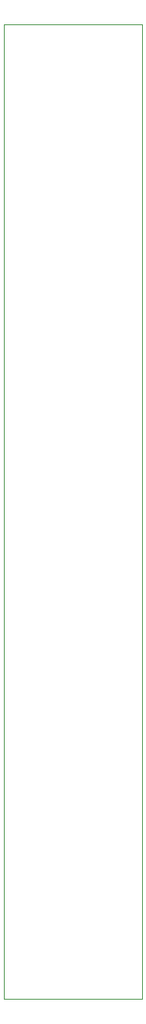
<source format=gbr>
%TF.GenerationSoftware,KiCad,Pcbnew,(6.0.6)*%
%TF.CreationDate,2022-11-26T14:39:06+01:00*%
%TF.ProjectId,er-pass-mul,65722d70-6173-4732-9d6d-756c2e6b6963,rev?*%
%TF.SameCoordinates,Original*%
%TF.FileFunction,Profile,NP*%
%FSLAX46Y46*%
G04 Gerber Fmt 4.6, Leading zero omitted, Abs format (unit mm)*
G04 Created by KiCad (PCBNEW (6.0.6)) date 2022-11-26 14:39:06*
%MOMM*%
%LPD*%
G01*
G04 APERTURE LIST*
%TA.AperFunction,Profile*%
%ADD10C,0.100000*%
%TD*%
G04 APERTURE END LIST*
D10*
X15000000Y-105000000D02*
X0Y-105000000D01*
X15000000Y0D02*
X15000000Y-105000000D01*
X0Y-105000000D02*
X0Y0D01*
X0Y0D02*
X15000000Y0D01*
M02*

</source>
